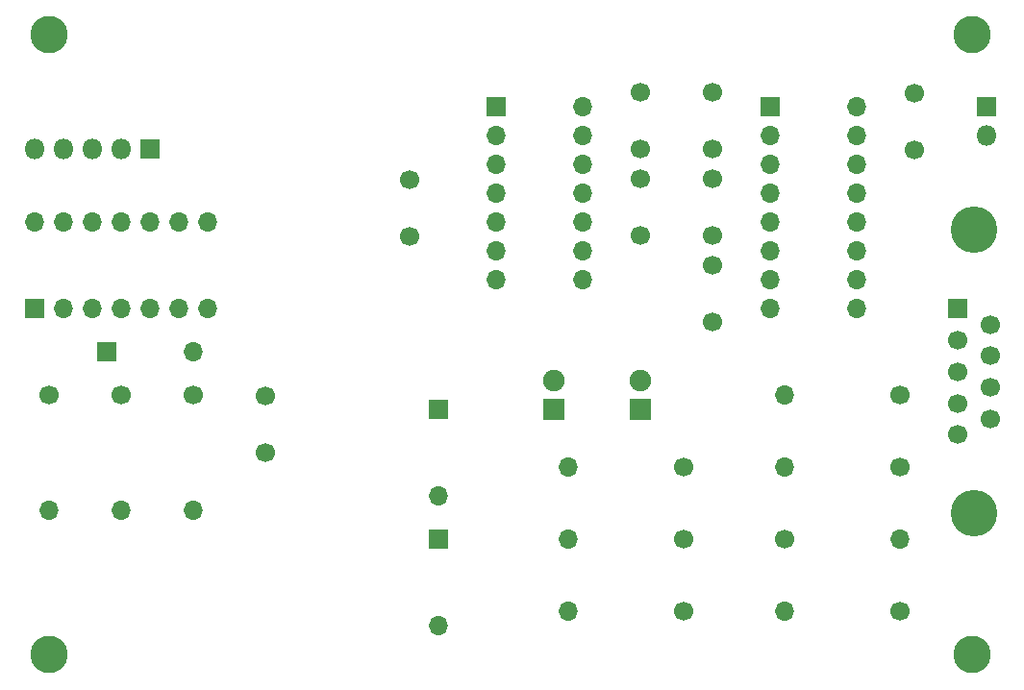
<source format=gbr>
%TF.GenerationSoftware,KiCad,Pcbnew,5.1.6+dfsg1-1~bpo10+1*%
%TF.CreationDate,2020-05-25T22:11:19+02:00*%
%TF.ProjectId,rs232 uart programmer,72733233-3220-4756-9172-742070726f67,rev?*%
%TF.SameCoordinates,Original*%
%TF.FileFunction,Soldermask,Bot*%
%TF.FilePolarity,Negative*%
%FSLAX46Y46*%
G04 Gerber Fmt 4.6, Leading zero omitted, Abs format (unit mm)*
G04 Created by KiCad (PCBNEW 5.1.6+dfsg1-1~bpo10+1) date 2020-05-25 22:11:19*
%MOMM*%
%LPD*%
G01*
G04 APERTURE LIST*
%ADD10O,1.700000X1.700000*%
%ADD11C,1.700000*%
%ADD12C,1.900000*%
%ADD13R,1.900000X1.900000*%
%ADD14C,3.300000*%
%ADD15R,1.700000X1.700000*%
%ADD16O,1.800000X1.800000*%
%ADD17R,1.800000X1.800000*%
%ADD18C,4.100000*%
G04 APERTURE END LIST*
D10*
%TO.C,R10*%
X243840000Y-99060000D03*
D11*
X233680000Y-99060000D03*
%TD*%
D10*
%TO.C,R9*%
X233680000Y-105410000D03*
D11*
X243840000Y-105410000D03*
%TD*%
D10*
%TO.C,R8*%
X214630000Y-105410000D03*
D11*
X224790000Y-105410000D03*
%TD*%
D10*
%TO.C,R7*%
X214630000Y-92710000D03*
D11*
X224790000Y-92710000D03*
%TD*%
D10*
%TO.C,R6*%
X214630000Y-99060000D03*
D11*
X224790000Y-99060000D03*
%TD*%
D10*
%TO.C,R5*%
X181610000Y-96520000D03*
D11*
X181610000Y-86360000D03*
%TD*%
D10*
%TO.C,R4*%
X175260000Y-96520000D03*
D11*
X175260000Y-86360000D03*
%TD*%
D10*
%TO.C,R3*%
X168910000Y-96520000D03*
D11*
X168910000Y-86360000D03*
%TD*%
D10*
%TO.C,R2*%
X233680000Y-92710000D03*
D11*
X243840000Y-92710000D03*
%TD*%
D10*
%TO.C,R1*%
X233680000Y-86360000D03*
D11*
X243840000Y-86360000D03*
%TD*%
D12*
%TO.C,LED2*%
X220980000Y-85090000D03*
D13*
X220980000Y-87630000D03*
%TD*%
D14*
%TO.C,REF\u002A\u002A*%
X250190000Y-109220000D03*
%TD*%
%TO.C,REF\u002A\u002A*%
X250190000Y-54610000D03*
%TD*%
%TO.C,REF\u002A\u002A*%
X168910000Y-54610000D03*
%TD*%
%TO.C,REF\u002A\u002A*%
X168910000Y-109220000D03*
%TD*%
D10*
%TO.C,U7*%
X240030000Y-60960000D03*
X232410000Y-78740000D03*
X240030000Y-63500000D03*
X232410000Y-76200000D03*
X240030000Y-66040000D03*
X232410000Y-73660000D03*
X240030000Y-68580000D03*
X232410000Y-71120000D03*
X240030000Y-71120000D03*
X232410000Y-68580000D03*
X240030000Y-73660000D03*
X232410000Y-66040000D03*
X240030000Y-76200000D03*
X232410000Y-63500000D03*
X240030000Y-78740000D03*
D15*
X232410000Y-60960000D03*
%TD*%
D10*
%TO.C,U2*%
X215900000Y-60960000D03*
X208280000Y-76200000D03*
X215900000Y-63500000D03*
X208280000Y-73660000D03*
X215900000Y-66040000D03*
X208280000Y-71120000D03*
X215900000Y-68580000D03*
X208280000Y-68580000D03*
X215900000Y-71120000D03*
X208280000Y-66040000D03*
X215900000Y-73660000D03*
X208280000Y-63500000D03*
X215900000Y-76200000D03*
D15*
X208280000Y-60960000D03*
%TD*%
%TO.C,U1*%
X167640000Y-78740000D03*
D10*
X182880000Y-71120000D03*
X170180000Y-78740000D03*
X180340000Y-71120000D03*
X172720000Y-78740000D03*
X177800000Y-71120000D03*
X175260000Y-78740000D03*
X175260000Y-71120000D03*
X177800000Y-78740000D03*
X172720000Y-71120000D03*
X180340000Y-78740000D03*
X170180000Y-71120000D03*
X182880000Y-78740000D03*
X167640000Y-71120000D03*
%TD*%
D16*
%TO.C,J3*%
X251460000Y-63500000D03*
D17*
X251460000Y-60960000D03*
%TD*%
D18*
%TO.C,J2*%
X250340000Y-71780000D03*
X250340000Y-96780000D03*
D11*
X251760000Y-88435000D03*
X251760000Y-85665000D03*
X251760000Y-82895000D03*
X251760000Y-80125000D03*
X248920000Y-89820000D03*
X248920000Y-87050000D03*
X248920000Y-84280000D03*
X248920000Y-81510000D03*
D15*
X248920000Y-78740000D03*
%TD*%
D17*
%TO.C,J1*%
X177800000Y-64643000D03*
D16*
X175260000Y-64643000D03*
X172720000Y-64643000D03*
X170180000Y-64643000D03*
X167640000Y-64643000D03*
%TD*%
D10*
%TO.C,D5*%
X203200000Y-95250000D03*
D15*
X203200000Y-87630000D03*
%TD*%
D10*
%TO.C,D4*%
X203200000Y-106680000D03*
D15*
X203200000Y-99060000D03*
%TD*%
%TO.C,D3*%
X173990000Y-82550000D03*
D10*
X181610000Y-82550000D03*
%TD*%
D12*
%TO.C,LED1*%
X213360000Y-85090000D03*
D13*
X213360000Y-87630000D03*
%TD*%
D11*
%TO.C,C8*%
X200660000Y-72390000D03*
X200660000Y-67390000D03*
%TD*%
%TO.C,C7*%
X187960000Y-91440000D03*
X187960000Y-86440000D03*
%TD*%
%TO.C,C6*%
X220980000Y-64690000D03*
X220980000Y-59690000D03*
%TD*%
%TO.C,C5*%
X227330000Y-79930000D03*
X227330000Y-74930000D03*
%TD*%
%TO.C,C4*%
X227330000Y-72310000D03*
X227330000Y-67310000D03*
%TD*%
%TO.C,C3*%
X245110000Y-59770000D03*
X245110000Y-64770000D03*
%TD*%
%TO.C,C2*%
X227330000Y-64690000D03*
X227330000Y-59690000D03*
%TD*%
%TO.C,C1*%
X220980000Y-72310000D03*
X220980000Y-67310000D03*
%TD*%
M02*

</source>
